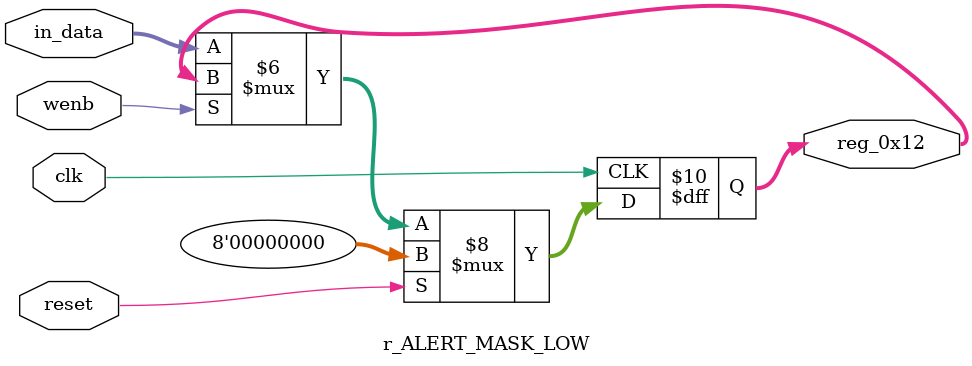
<source format=v>
module r_ALERT_MASK_LOW(output reg [7:0] reg_0x12, input wire reset, input wire wenb, input wire [7:0] in_data, input wire clk);
	always@(posedge clk)
	begin
		if(reset==0) begin
			if(wenb==0)
				reg_0x12<=in_data;
			else
				reg_0x12<=reg_0x12;
		end
		else
			reg_0x12<=8'h00;
	end
endmodule
</source>
